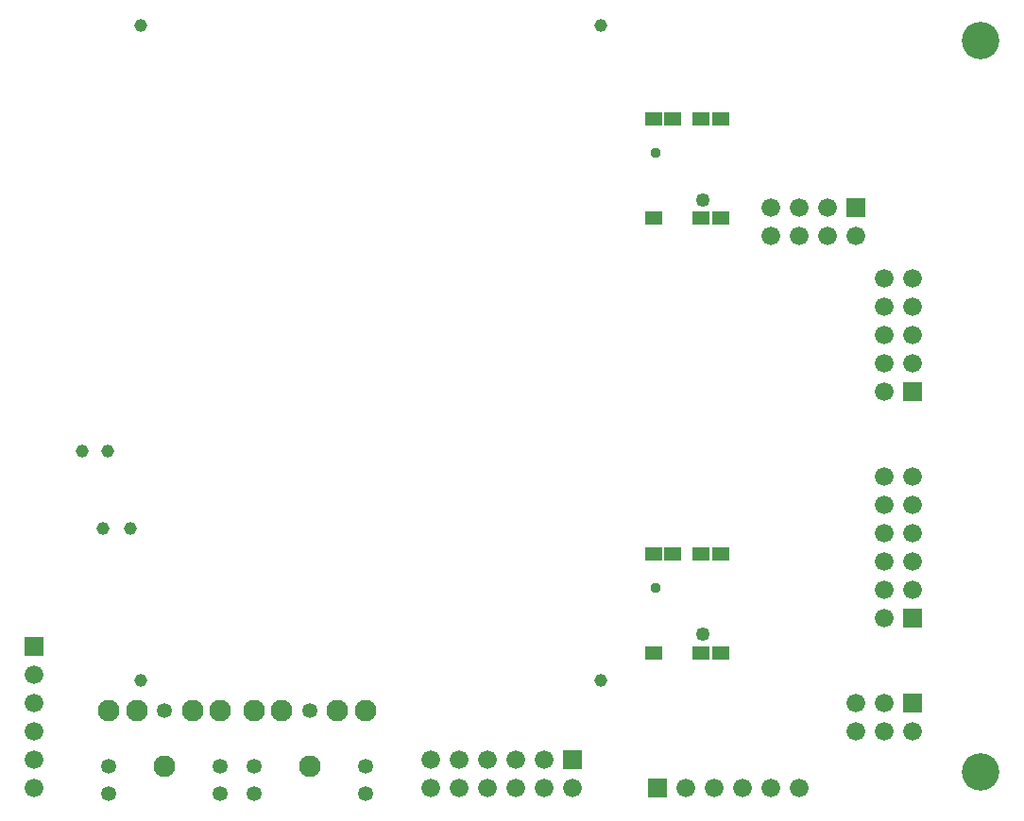
<source format=gbs>
G04 (created by PCBNEW (2013-mar-13)-testing) date Wed 03 Jul 2013 03:21:25 PM PDT*
%MOIN*%
G04 Gerber Fmt 3.4, Leading zero omitted, Abs format*
%FSLAX34Y34*%
G01*
G70*
G90*
G04 APERTURE LIST*
%ADD10C,0.008000*%
%ADD11R,0.061118X0.045370*%
%ADD12C,0.037496*%
%ADD13C,0.049307*%
%ADD14C,0.076900*%
%ADD15C,0.053200*%
%ADD16C,0.045400*%
%ADD17R,0.066000X0.066000*%
%ADD18C,0.066000*%
%ADD19C,0.132000*%
%ADD20C,0.045370*%
G04 APERTURE END LIST*
G54D10*
G54D11*
X74921Y-44586D03*
X75590Y-44586D03*
X76614Y-44586D03*
X77283Y-44586D03*
X77283Y-48090D03*
X76614Y-48090D03*
X74921Y-48090D03*
G54D12*
X75000Y-45787D03*
G54D13*
X76653Y-47440D03*
G54D11*
X74921Y-29232D03*
X75590Y-29232D03*
X76614Y-29232D03*
X77283Y-29232D03*
X77283Y-32736D03*
X76614Y-32736D03*
X74921Y-32736D03*
G54D12*
X75000Y-30433D03*
G54D13*
X76653Y-32086D03*
G54D14*
X60826Y-50117D03*
X64764Y-50117D03*
X62795Y-52086D03*
G54D15*
X62795Y-50117D03*
X60826Y-52086D03*
X64764Y-52086D03*
X60826Y-53070D03*
X64764Y-53070D03*
G54D14*
X63779Y-50117D03*
X61811Y-50117D03*
X55708Y-50117D03*
X59646Y-50117D03*
X57677Y-52086D03*
G54D15*
X57677Y-50117D03*
X55708Y-52086D03*
X59646Y-52086D03*
X55708Y-53070D03*
X59646Y-53070D03*
G54D14*
X58661Y-50117D03*
X56693Y-50117D03*
G54D16*
X55669Y-40944D03*
X54763Y-40944D03*
X56456Y-43700D03*
X55511Y-43700D03*
G54D17*
X84055Y-38870D03*
G54D18*
X83055Y-38870D03*
X84055Y-37870D03*
X83055Y-37870D03*
X84055Y-36870D03*
X83055Y-36870D03*
X84055Y-35870D03*
X83055Y-35870D03*
X84055Y-34870D03*
X83055Y-34870D03*
G54D17*
X82055Y-32370D03*
G54D18*
X82055Y-33370D03*
X81055Y-32370D03*
X81055Y-33370D03*
X80055Y-32370D03*
X80055Y-33370D03*
X79055Y-32370D03*
X79055Y-33370D03*
G54D17*
X84055Y-46870D03*
G54D18*
X83055Y-46870D03*
X84055Y-45870D03*
X83055Y-45870D03*
X84055Y-44870D03*
X83055Y-44870D03*
X84055Y-43870D03*
X83055Y-43870D03*
X84055Y-42870D03*
X83055Y-42870D03*
X84055Y-41870D03*
X83055Y-41870D03*
G54D17*
X84055Y-49870D03*
G54D18*
X84055Y-50870D03*
X83055Y-49870D03*
X83055Y-50870D03*
X82055Y-49870D03*
X82055Y-50870D03*
G54D17*
X75055Y-52870D03*
G54D18*
X76055Y-52870D03*
X77055Y-52870D03*
X78055Y-52870D03*
X79055Y-52870D03*
X80055Y-52870D03*
G54D17*
X72055Y-51870D03*
G54D18*
X72055Y-52870D03*
X71055Y-51870D03*
X71055Y-52870D03*
X70055Y-51870D03*
X70055Y-52870D03*
X69055Y-51870D03*
X69055Y-52870D03*
X68055Y-51870D03*
X68055Y-52870D03*
X67055Y-51870D03*
X67055Y-52870D03*
G54D17*
X53055Y-47870D03*
G54D18*
X53055Y-48870D03*
X53055Y-49870D03*
X53055Y-50870D03*
X53055Y-51870D03*
X53055Y-52870D03*
G54D19*
X86480Y-52295D03*
X86480Y-26444D03*
G54D20*
X56846Y-49066D03*
X73074Y-49066D03*
X73074Y-25933D03*
X56846Y-25933D03*
M02*

</source>
